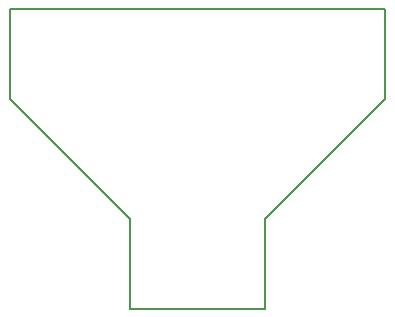
<source format=gbr>
G04 #@! TF.FileFunction,Profile,NP*
%FSLAX46Y46*%
G04 Gerber Fmt 4.6, Leading zero omitted, Abs format (unit mm)*
G04 Created by KiCad (PCBNEW 4.0.2-stable) date 2016/06/24 17:21:09*
%MOMM*%
G01*
G04 APERTURE LIST*
%ADD10C,0.100000*%
%ADD11C,0.150000*%
G04 APERTURE END LIST*
D10*
D11*
X128270000Y-90170000D02*
X128270000Y-82550000D01*
X96520000Y-90170000D02*
X96520000Y-82550000D01*
X106680000Y-100330000D02*
X106680000Y-107950000D01*
X96520000Y-90170000D02*
X106680000Y-100330000D01*
X118110000Y-100330000D02*
X118110000Y-107950000D01*
X128270000Y-90170000D02*
X118110000Y-100330000D01*
X106680000Y-107950000D02*
X118110000Y-107950000D01*
X96520000Y-82550000D02*
X128270000Y-82550000D01*
M02*

</source>
